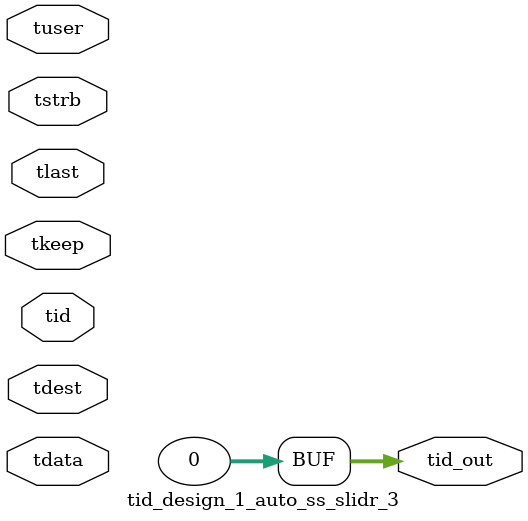
<source format=v>


`timescale 1ps/1ps

module tid_design_1_auto_ss_slidr_3 #
(
parameter C_S_AXIS_TID_WIDTH   = 1,
parameter C_S_AXIS_TUSER_WIDTH = 0,
parameter C_S_AXIS_TDATA_WIDTH = 0,
parameter C_S_AXIS_TDEST_WIDTH = 0,
parameter C_M_AXIS_TID_WIDTH   = 32
)
(
input  [(C_S_AXIS_TID_WIDTH   == 0 ? 1 : C_S_AXIS_TID_WIDTH)-1:0       ] tid,
input  [(C_S_AXIS_TDATA_WIDTH == 0 ? 1 : C_S_AXIS_TDATA_WIDTH)-1:0     ] tdata,
input  [(C_S_AXIS_TUSER_WIDTH == 0 ? 1 : C_S_AXIS_TUSER_WIDTH)-1:0     ] tuser,
input  [(C_S_AXIS_TDEST_WIDTH == 0 ? 1 : C_S_AXIS_TDEST_WIDTH)-1:0     ] tdest,
input  [(C_S_AXIS_TDATA_WIDTH/8)-1:0 ] tkeep,
input  [(C_S_AXIS_TDATA_WIDTH/8)-1:0 ] tstrb,
input                                                                    tlast,
output [(C_M_AXIS_TID_WIDTH   == 0 ? 1 : C_M_AXIS_TID_WIDTH)-1:0       ] tid_out
);

assign tid_out = {1'b0};

endmodule


</source>
